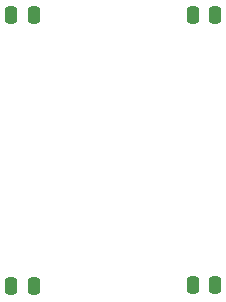
<source format=gbr>
%TF.GenerationSoftware,KiCad,Pcbnew,(5.99.0-11497-g0fb864d596)*%
%TF.CreationDate,2022-01-24T21:34:27-05:00*%
%TF.ProjectId,Main_Board_Ver2,4d61696e-5f42-46f6-9172-645f56657232,rev?*%
%TF.SameCoordinates,Original*%
%TF.FileFunction,Paste,Bot*%
%TF.FilePolarity,Positive*%
%FSLAX46Y46*%
G04 Gerber Fmt 4.6, Leading zero omitted, Abs format (unit mm)*
G04 Created by KiCad (PCBNEW (5.99.0-11497-g0fb864d596)) date 2022-01-24 21:34:27*
%MOMM*%
%LPD*%
G01*
G04 APERTURE LIST*
G04 Aperture macros list*
%AMRoundRect*
0 Rectangle with rounded corners*
0 $1 Rounding radius*
0 $2 $3 $4 $5 $6 $7 $8 $9 X,Y pos of 4 corners*
0 Add a 4 corners polygon primitive as box body*
4,1,4,$2,$3,$4,$5,$6,$7,$8,$9,$2,$3,0*
0 Add four circle primitives for the rounded corners*
1,1,$1+$1,$2,$3*
1,1,$1+$1,$4,$5*
1,1,$1+$1,$6,$7*
1,1,$1+$1,$8,$9*
0 Add four rect primitives between the rounded corners*
20,1,$1+$1,$2,$3,$4,$5,0*
20,1,$1+$1,$4,$5,$6,$7,0*
20,1,$1+$1,$6,$7,$8,$9,0*
20,1,$1+$1,$8,$9,$2,$3,0*%
G04 Aperture macros list end*
%ADD10RoundRect,0.250000X0.250000X0.475000X-0.250000X0.475000X-0.250000X-0.475000X0.250000X-0.475000X0*%
G04 APERTURE END LIST*
D10*
%TO.C,C1*%
X204531000Y-104140000D03*
X202631000Y-104140000D03*
%TD*%
%TO.C,C4*%
X189164000Y-104140000D03*
X187264000Y-104140000D03*
%TD*%
%TO.C,C5*%
X189164000Y-127075000D03*
X187264000Y-127075000D03*
%TD*%
%TO.C,C3*%
X204531000Y-127000000D03*
X202631000Y-127000000D03*
%TD*%
M02*

</source>
